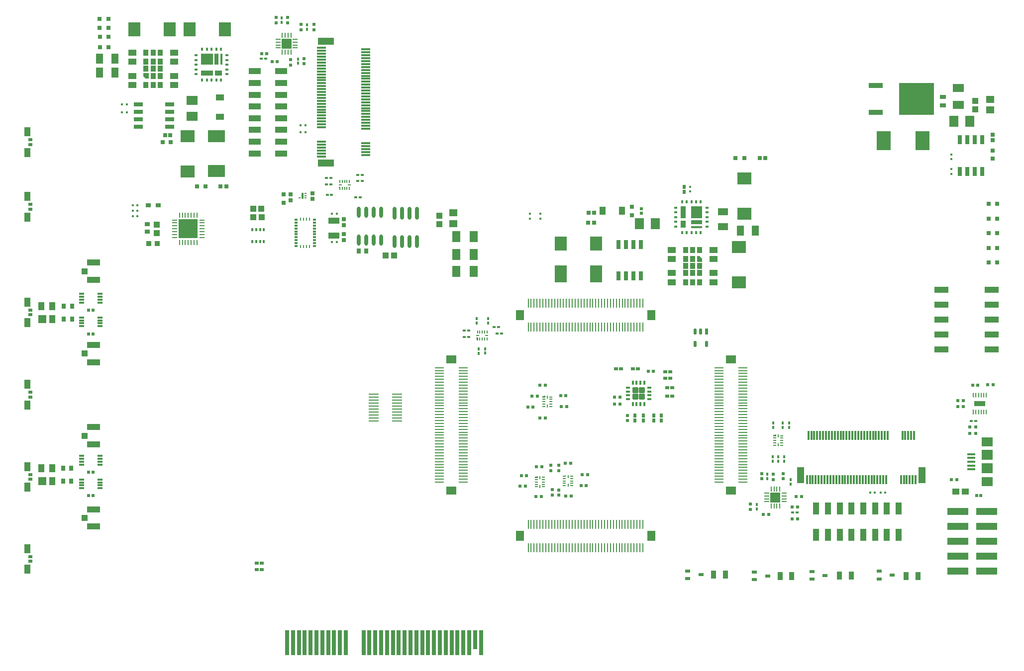
<source format=gtp>
G04*
G04 #@! TF.GenerationSoftware,Altium Limited,Altium Designer,24.4.1 (13)*
G04*
G04 Layer_Color=8421504*
%FSLAX44Y44*%
%MOMM*%
G71*
G04*
G04 #@! TF.SameCoordinates,F083C6BF-E510-45A8-8405-167EEE42A30D*
G04*
G04*
G04 #@! TF.FilePolarity,Positive*
G04*
G01*
G75*
G04:AMPARAMS|DCode=30|XSize=0.939mm|YSize=0.939mm|CornerRadius=0.0517mm|HoleSize=0mm|Usage=FLASHONLY|Rotation=90.000|XOffset=0mm|YOffset=0mm|HoleType=Round|Shape=RoundedRectangle|*
%AMROUNDEDRECTD30*
21,1,0.9390,0.8357,0,0,90.0*
21,1,0.8357,0.9390,0,0,90.0*
1,1,0.1033,0.4179,0.4179*
1,1,0.1033,0.4179,-0.4179*
1,1,0.1033,-0.4179,-0.4179*
1,1,0.1033,-0.4179,0.4179*
%
%ADD30ROUNDEDRECTD30*%
%ADD31R,1.8231X0.9231*%
%ADD32R,0.5000X0.2000*%
%ADD33R,0.2000X0.5000*%
%ADD34R,0.5000X0.2000*%
%ADD35R,0.2000X0.5000*%
%ADD36R,1.5499X0.2499*%
%ADD37R,1.7000X1.3500*%
%ADD38R,1.3500X1.7000*%
%ADD39R,0.2499X1.5499*%
%ADD40R,1.4500X1.1500*%
%ADD41R,0.9000X0.5000*%
%ADD42R,1.0000X0.7200*%
%ADD43R,0.7112X4.1910*%
%ADD44R,0.7112X3.2004*%
%ADD45R,0.9500X1.4500*%
%ADD46R,0.6500X0.6000*%
%ADD47R,0.5321X1.0383*%
G04:AMPARAMS|DCode=48|XSize=1.0383mm|YSize=0.5321mm|CornerRadius=0.2661mm|HoleSize=0mm|Usage=FLASHONLY|Rotation=270.000|XOffset=0mm|YOffset=0mm|HoleType=Round|Shape=RoundedRectangle|*
%AMROUNDEDRECTD48*
21,1,1.0383,0.0000,0,0,270.0*
21,1,0.5061,0.5321,0,0,270.0*
1,1,0.5321,0.0000,-0.2531*
1,1,0.5321,0.0000,0.2531*
1,1,0.5321,0.0000,0.2531*
1,1,0.5321,0.0000,-0.2531*
%
%ADD48ROUNDEDRECTD48*%
%ADD49R,0.8000X0.9500*%
%ADD50O,0.6000X2.2000*%
%ADD51O,0.6000X1.9000*%
%ADD52R,0.4750X0.3500*%
%ADD53R,0.2500X0.4750*%
%ADD54R,0.3500X0.5000*%
%ADD55R,1.8000X0.2500*%
%ADD56R,1.0000X1.4000*%
%ADD57R,1.4000X1.4000*%
%ADD58R,1.1200X2.1050*%
%ADD59R,0.9000X0.7500*%
%ADD60R,1.0500X1.0000*%
%ADD61R,2.2000X1.0500*%
%ADD62R,0.7000X0.9000*%
%ADD63R,0.9000X0.8000*%
%ADD64R,0.9500X0.9500*%
%ADD65R,0.9000X0.2600*%
%ADD66R,0.2600X0.9000*%
%ADD67R,3.2500X3.2500*%
%ADD68R,0.8500X0.3000*%
%ADD69R,1.4500X1.9000*%
%ADD70R,1.1546X1.7062*%
%ADD71R,1.1000X1.3500*%
%ADD72R,1.9900X2.3300*%
%ADD73R,0.7393X0.6725*%
%ADD74R,1.5000X1.8500*%
%ADD75R,0.9000X1.0000*%
%ADD76C,0.7413*%
%ADD77R,1.4000X1.0000*%
G04:AMPARAMS|DCode=78|XSize=1.55mm|YSize=0.6mm|CornerRadius=0.051mm|HoleSize=0mm|Usage=FLASHONLY|Rotation=90.000|XOffset=0mm|YOffset=0mm|HoleType=Round|Shape=RoundedRectangle|*
%AMROUNDEDRECTD78*
21,1,1.5500,0.4980,0,0,90.0*
21,1,1.4480,0.6000,0,0,90.0*
1,1,0.1020,0.2490,0.7240*
1,1,0.1020,0.2490,-0.7240*
1,1,0.1020,-0.2490,-0.7240*
1,1,0.1020,-0.2490,0.7240*
%
%ADD78ROUNDEDRECTD78*%
%ADD79R,0.6682X0.6725*%
%ADD80R,2.4000X3.3000*%
%ADD81R,0.5000X0.5000*%
%ADD82R,1.3061X1.0582*%
%ADD83R,0.4750X0.5000*%
%ADD84R,2.4400X1.1300*%
%ADD85R,0.2225X0.8397*%
G04:AMPARAMS|DCode=86|XSize=0.8397mm|YSize=0.2225mm|CornerRadius=0.1112mm|HoleSize=0mm|Usage=FLASHONLY|Rotation=90.000|XOffset=0mm|YOffset=0mm|HoleType=Round|Shape=RoundedRectangle|*
%AMROUNDEDRECTD86*
21,1,0.8397,0.0000,0,0,90.0*
21,1,0.6172,0.2225,0,0,90.0*
1,1,0.2225,0.0000,0.3086*
1,1,0.2225,0.0000,-0.3086*
1,1,0.2225,0.0000,-0.3086*
1,1,0.2225,0.0000,0.3086*
%
%ADD86ROUNDEDRECTD86*%
%ADD87R,0.4500X0.4500*%
%ADD88R,0.7200X0.7200*%
%ADD89R,3.6800X1.2700*%
G04:AMPARAMS|DCode=90|XSize=0.3mm|YSize=0.75mm|CornerRadius=0.0495mm|HoleSize=0mm|Usage=FLASHONLY|Rotation=180.000|XOffset=0mm|YOffset=0mm|HoleType=Round|Shape=RoundedRectangle|*
%AMROUNDEDRECTD90*
21,1,0.3000,0.6510,0,0,180.0*
21,1,0.2010,0.7500,0,0,180.0*
1,1,0.0990,-0.1005,0.3255*
1,1,0.0990,0.1005,0.3255*
1,1,0.0990,0.1005,-0.3255*
1,1,0.0990,-0.1005,-0.3255*
%
%ADD90ROUNDEDRECTD90*%
G04:AMPARAMS|DCode=91|XSize=0.3mm|YSize=0.75mm|CornerRadius=0.0495mm|HoleSize=0mm|Usage=FLASHONLY|Rotation=90.000|XOffset=0mm|YOffset=0mm|HoleType=Round|Shape=RoundedRectangle|*
%AMROUNDEDRECTD91*
21,1,0.3000,0.6510,0,0,90.0*
21,1,0.2010,0.7500,0,0,90.0*
1,1,0.0990,0.3255,0.1005*
1,1,0.0990,0.3255,-0.1005*
1,1,0.0990,-0.3255,-0.1005*
1,1,0.0990,-0.3255,0.1005*
%
%ADD91ROUNDEDRECTD91*%
%ADD92R,1.9000X1.1000*%
%ADD93R,0.8890X1.2954*%
%ADD94R,0.8890X2.1082*%
%ADD95R,1.8796X2.1082*%
%ADD96R,1.8796X0.6604*%
%ADD97R,1.8796X0.3556*%
%ADD98R,0.3302X0.5080*%
%ADD99R,0.5080X0.3302*%
%ADD100R,1.9000X1.8000*%
%ADD101R,1.3500X0.4000*%
%ADD102R,5.9182X5.5118*%
%ADD103R,2.4892X0.9398*%
%ADD104R,3.0000X2.0000*%
%ADD105R,2.3300X1.9900*%
%ADD106R,0.3000X1.5500*%
%ADD107R,1.2000X2.7500*%
%ADD108R,0.8128X0.2540*%
%ADD109R,0.2540X0.8128*%
%ADD110R,1.8034X1.8034*%
%ADD111R,0.8000X0.8000*%
%ADD112R,0.8000X0.5000*%
%ADD113R,1.0000X1.5000*%
%ADD114R,0.4500X0.4500*%
%ADD115R,0.5500X0.5500*%
%ADD116R,0.5811X0.5121*%
%ADD117R,0.6000X0.6500*%
G04:AMPARAMS|DCode=118|XSize=1.55mm|YSize=0.6mm|CornerRadius=0.051mm|HoleSize=0mm|Usage=FLASHONLY|Rotation=0.000|XOffset=0mm|YOffset=0mm|HoleType=Round|Shape=RoundedRectangle|*
%AMROUNDEDRECTD118*
21,1,1.5500,0.4980,0,0,0.0*
21,1,1.4480,0.6000,0,0,0.0*
1,1,0.1020,0.7240,-0.2490*
1,1,0.1020,-0.7240,-0.2490*
1,1,0.1020,-0.7240,0.2490*
1,1,0.1020,0.7240,0.2490*
%
%ADD118ROUNDEDRECTD118*%
%ADD119R,0.6800X0.6400*%
%ADD120R,0.7000X0.7000*%
%ADD121R,1.0500X1.1000*%
%ADD122R,0.7000X0.7000*%
%ADD123R,0.6400X0.6800*%
%ADD124R,1.1000X1.0500*%
%ADD125R,0.3700X0.2400*%
%ADD126R,0.4000X1.0800*%
%ADD127R,2.1050X1.1200*%
%ADD128R,0.5000X0.4500*%
%ADD129R,0.4500X0.5000*%
%ADD130R,0.5500X0.5500*%
%ADD131R,1.5500X0.3000*%
%ADD132R,2.7500X1.2000*%
%ADD133R,1.2954X0.8890*%
%ADD134R,2.1082X0.8890*%
%ADD135R,2.1082X1.8796*%
%ADD136R,0.6604X1.8796*%
%ADD137R,0.3556X1.8796*%
%ADD138R,0.7154X0.6725*%
%ADD139R,0.5121X0.5811*%
%ADD140R,1.7062X1.1546*%
%ADD141R,2.0000X3.0000*%
%ADD142R,1.8500X1.5000*%
%ADD143R,1.3500X1.1000*%
%ADD144R,0.6725X0.7393*%
%ADD145R,0.6725X0.7154*%
%ADD146R,1.9000X1.4500*%
%ADD147R,1.9000X1.5750*%
G36*
X223500Y998000D02*
X219000D01*
X214500Y1002500D01*
Y1008000D01*
X223500D01*
Y998000D01*
D02*
G37*
G36*
X550000Y808500D02*
X548000D01*
Y812000D01*
X547000D01*
Y813500D01*
X550000D01*
Y808500D01*
D02*
G37*
G36*
X1165500Y691500D02*
Y686000D01*
X1156500D01*
Y696000D01*
X1161000D01*
X1165500Y691500D01*
D02*
G37*
G36*
X784000Y552500D02*
X782000D01*
Y556000D01*
X781000D01*
Y557500D01*
X784000D01*
Y552500D01*
D02*
G37*
G36*
X898500Y455000D02*
X893500D01*
Y457000D01*
X897000D01*
Y458000D01*
X898500D01*
Y455000D01*
D02*
G37*
G36*
X1291500Y389000D02*
X1286500D01*
Y391000D01*
X1290000D01*
Y392000D01*
X1291500D01*
Y389000D01*
D02*
G37*
G36*
X933500Y320000D02*
X928500D01*
Y322000D01*
X932000D01*
Y323000D01*
X933500D01*
Y320000D01*
D02*
G37*
G36*
X885500Y318000D02*
X880500D01*
Y320000D01*
X884000D01*
Y321000D01*
X885500D01*
Y318000D01*
D02*
G37*
D30*
X1051305Y467695D02*
D03*
Y456305D02*
D03*
X1062695D02*
D03*
Y467695D02*
D03*
D31*
X1637751Y444846D02*
D03*
D32*
X564500Y817000D02*
D03*
X549500Y817000D02*
D03*
X798499Y561001D02*
D03*
X783501Y560999D02*
D03*
D33*
X553000Y811000D02*
D03*
X557000D02*
D03*
X561000D02*
D03*
X565000Y811000D02*
D03*
X565000Y823000D02*
D03*
X561000Y822999D02*
D03*
X557000D02*
D03*
X553000D02*
D03*
X549001Y823000D02*
D03*
X787000Y555000D02*
D03*
X791000D02*
D03*
X795000D02*
D03*
X799000Y555000D02*
D03*
X799000Y567000D02*
D03*
X795000Y567000D02*
D03*
X791000D02*
D03*
X787000D02*
D03*
X783000Y567000D02*
D03*
D34*
X1301000Y390000D02*
D03*
Y386000D02*
D03*
Y382000D02*
D03*
Y378000D02*
D03*
Y374000D02*
D03*
X1289000D02*
D03*
Y378000D02*
D03*
Y382000D02*
D03*
Y386000D02*
D03*
X908000Y456000D02*
D03*
Y452000D02*
D03*
Y448000D02*
D03*
Y444000D02*
D03*
Y440000D02*
D03*
X896000D02*
D03*
Y444000D02*
D03*
Y448000D02*
D03*
Y452000D02*
D03*
X943000Y321000D02*
D03*
Y317000D02*
D03*
Y313000D02*
D03*
Y309000D02*
D03*
Y305000D02*
D03*
X931000D02*
D03*
Y309000D02*
D03*
Y313000D02*
D03*
Y317000D02*
D03*
X895000Y319000D02*
D03*
Y315000D02*
D03*
Y311000D02*
D03*
Y307000D02*
D03*
Y303000D02*
D03*
X883000D02*
D03*
Y307000D02*
D03*
Y311000D02*
D03*
Y315000D02*
D03*
D35*
X1295000Y389500D02*
D03*
Y374500D02*
D03*
X902000Y455500D02*
D03*
Y440500D02*
D03*
X937000Y320500D02*
D03*
Y305500D02*
D03*
X889000Y318500D02*
D03*
Y303500D02*
D03*
D36*
X1234624Y315932D02*
D03*
X1194126Y450930D02*
D03*
Y315932D02*
D03*
Y310930D02*
D03*
X1234624D02*
D03*
Y335932D02*
D03*
Y360930D02*
D03*
Y385932D02*
D03*
Y410930D02*
D03*
Y435931D02*
D03*
Y460930D02*
D03*
Y485931D02*
D03*
X1194126Y335932D02*
D03*
Y360930D02*
D03*
Y385932D02*
D03*
Y410930D02*
D03*
Y435931D02*
D03*
Y460930D02*
D03*
Y485931D02*
D03*
Y320930D02*
D03*
X1234624D02*
D03*
X1194126Y455931D02*
D03*
X1234624Y420930D02*
D03*
Y405932D02*
D03*
X1194126Y465931D02*
D03*
X1234624Y505931D02*
D03*
X1194126Y480930D02*
D03*
Y505931D02*
D03*
Y490930D02*
D03*
X1234624Y390930D02*
D03*
Y425932D02*
D03*
Y500930D02*
D03*
X1194126Y495931D02*
D03*
X1234624Y395932D02*
D03*
Y480930D02*
D03*
Y465931D02*
D03*
Y490930D02*
D03*
Y415932D02*
D03*
Y400930D02*
D03*
Y430930D02*
D03*
Y445931D02*
D03*
Y450930D02*
D03*
Y475931D02*
D03*
Y440930D02*
D03*
X1194126Y500930D02*
D03*
X1234624Y495931D02*
D03*
X1194126Y475931D02*
D03*
X1234624Y375932D02*
D03*
Y380930D02*
D03*
Y470930D02*
D03*
Y455931D02*
D03*
X1194126Y440930D02*
D03*
Y445931D02*
D03*
X1234624Y345932D02*
D03*
X1194126Y405932D02*
D03*
Y395932D02*
D03*
X1234624Y330930D02*
D03*
X1194126Y420930D02*
D03*
Y380930D02*
D03*
Y370930D02*
D03*
Y350930D02*
D03*
X1234624Y340930D02*
D03*
Y365932D02*
D03*
X1194126Y415932D02*
D03*
Y470930D02*
D03*
Y340930D02*
D03*
Y330930D02*
D03*
X1234624Y325932D02*
D03*
Y355932D02*
D03*
Y370930D02*
D03*
Y350930D02*
D03*
X1194126Y390930D02*
D03*
Y400930D02*
D03*
Y345932D02*
D03*
Y375932D02*
D03*
Y355932D02*
D03*
Y325932D02*
D03*
Y365932D02*
D03*
Y430930D02*
D03*
Y425932D02*
D03*
X717899Y500955D02*
D03*
X758397Y365956D02*
D03*
Y500955D02*
D03*
Y505956D02*
D03*
X717899D02*
D03*
Y480955D02*
D03*
Y455956D02*
D03*
Y430955D02*
D03*
Y405956D02*
D03*
Y380955D02*
D03*
Y355956D02*
D03*
Y330955D02*
D03*
X758397Y480955D02*
D03*
Y455956D02*
D03*
Y430955D02*
D03*
Y405956D02*
D03*
Y380955D02*
D03*
Y355956D02*
D03*
Y330955D02*
D03*
Y495956D02*
D03*
X717899D02*
D03*
X758397Y360955D02*
D03*
X717899Y395956D02*
D03*
Y410955D02*
D03*
X758397Y350955D02*
D03*
X717899Y310955D02*
D03*
X758397Y335956D02*
D03*
Y310955D02*
D03*
Y325956D02*
D03*
X717899Y425956D02*
D03*
Y390955D02*
D03*
Y315956D02*
D03*
X758397Y320955D02*
D03*
X717899Y420955D02*
D03*
Y335956D02*
D03*
Y350955D02*
D03*
Y325956D02*
D03*
Y400955D02*
D03*
Y415956D02*
D03*
Y385956D02*
D03*
Y370955D02*
D03*
Y365956D02*
D03*
Y340955D02*
D03*
Y375956D02*
D03*
X758397Y315956D02*
D03*
X717899Y320955D02*
D03*
X758397Y340955D02*
D03*
X717899Y440955D02*
D03*
Y435956D02*
D03*
Y345956D02*
D03*
Y360955D02*
D03*
X758397Y375956D02*
D03*
Y370955D02*
D03*
X717899Y470955D02*
D03*
X758397Y410955D02*
D03*
Y420955D02*
D03*
X717899Y485956D02*
D03*
X758397Y395956D02*
D03*
Y435956D02*
D03*
Y445956D02*
D03*
Y465956D02*
D03*
X717899Y475956D02*
D03*
Y450955D02*
D03*
X758397Y400955D02*
D03*
Y345956D02*
D03*
Y475956D02*
D03*
Y485956D02*
D03*
X717899Y490955D02*
D03*
Y460955D02*
D03*
Y445956D02*
D03*
Y465956D02*
D03*
X758397Y425956D02*
D03*
Y415956D02*
D03*
Y470955D02*
D03*
Y440955D02*
D03*
Y460955D02*
D03*
Y490955D02*
D03*
Y450955D02*
D03*
Y385956D02*
D03*
Y390955D02*
D03*
D37*
X1214261Y296693D02*
D03*
Y520193D02*
D03*
X738261D02*
D03*
Y296693D02*
D03*
D38*
X855011Y595193D02*
D03*
X1078511D02*
D03*
Y219193D02*
D03*
X855011D02*
D03*
D39*
X949273Y575058D02*
D03*
X944274D02*
D03*
X1009273D02*
D03*
X1049273D02*
D03*
X1019273D02*
D03*
X999273D02*
D03*
X1029273D02*
D03*
X974274D02*
D03*
X984274D02*
D03*
X1024274Y615556D02*
D03*
X1004274D02*
D03*
X1019273D02*
D03*
X1049273D02*
D03*
X1044274Y575058D02*
D03*
X1034274D02*
D03*
X904275D02*
D03*
X959273D02*
D03*
X1009273Y615556D02*
D03*
X1034274D02*
D03*
X1024274Y575058D02*
D03*
X1004274D02*
D03*
X994274D02*
D03*
X954274D02*
D03*
X1044274Y615556D02*
D03*
X979273Y575058D02*
D03*
X969273D02*
D03*
X1029273Y615556D02*
D03*
X929273Y575058D02*
D03*
X934274D02*
D03*
X919273Y615556D02*
D03*
X904275D02*
D03*
X994274D02*
D03*
X999273D02*
D03*
X899273Y575058D02*
D03*
X879273Y615556D02*
D03*
X874275Y575058D02*
D03*
X934274Y615556D02*
D03*
X899273D02*
D03*
X924274D02*
D03*
X929273D02*
D03*
X944274D02*
D03*
X974274D02*
D03*
X959273D02*
D03*
X884275D02*
D03*
X909273D02*
D03*
X894275D02*
D03*
X979273D02*
D03*
X879273Y575058D02*
D03*
X874275Y615556D02*
D03*
X949273D02*
D03*
X984274D02*
D03*
X884275Y575058D02*
D03*
X869273D02*
D03*
X894275D02*
D03*
X869273Y615556D02*
D03*
X909273Y575058D02*
D03*
X969273Y615556D02*
D03*
X954274D02*
D03*
X919273Y575058D02*
D03*
X1054274Y615556D02*
D03*
Y575058D02*
D03*
X889273D02*
D03*
X914274D02*
D03*
X939273D02*
D03*
X964274D02*
D03*
X989273D02*
D03*
X1014274D02*
D03*
X1039273D02*
D03*
X889273Y615556D02*
D03*
X914274D02*
D03*
X939273D02*
D03*
X964274D02*
D03*
X989273D02*
D03*
X1014274D02*
D03*
X1039273D02*
D03*
X1064274D02*
D03*
Y575058D02*
D03*
X1059273D02*
D03*
X924274D02*
D03*
X1059273Y615556D02*
D03*
X984249Y239329D02*
D03*
X989248D02*
D03*
X924250D02*
D03*
X884250D02*
D03*
X914250D02*
D03*
X934250D02*
D03*
X904250D02*
D03*
X959248D02*
D03*
X949248D02*
D03*
X909248Y198831D02*
D03*
X929248D02*
D03*
X914250D02*
D03*
X884250D02*
D03*
X889249Y239329D02*
D03*
X899248D02*
D03*
X1029248D02*
D03*
X974250D02*
D03*
X924250Y198831D02*
D03*
X899248D02*
D03*
X909248Y239329D02*
D03*
X929248D02*
D03*
X939248D02*
D03*
X979248D02*
D03*
X889249Y198831D02*
D03*
X954250Y239329D02*
D03*
X964250D02*
D03*
X904250Y198831D02*
D03*
X1004249Y239329D02*
D03*
X999248D02*
D03*
X1014249Y198831D02*
D03*
X1029248D02*
D03*
X939248D02*
D03*
X934250D02*
D03*
X1034249Y239329D02*
D03*
X1054249Y198831D02*
D03*
X1059248Y239329D02*
D03*
X999248Y198831D02*
D03*
X1034249D02*
D03*
X1009248D02*
D03*
X1004249D02*
D03*
X989248D02*
D03*
X959248D02*
D03*
X974250D02*
D03*
X1049248D02*
D03*
X1024249D02*
D03*
X1039248D02*
D03*
X954250D02*
D03*
X1054249Y239329D02*
D03*
X1059248Y198831D02*
D03*
X984249D02*
D03*
X949248D02*
D03*
X1049248Y239329D02*
D03*
X1064249D02*
D03*
X1039248D02*
D03*
X1064249Y198831D02*
D03*
X1024249Y239329D02*
D03*
X964250Y198831D02*
D03*
X979248D02*
D03*
X1014249Y239329D02*
D03*
X879249Y198831D02*
D03*
Y239329D02*
D03*
X1044249D02*
D03*
X1019248D02*
D03*
X994249D02*
D03*
X969248D02*
D03*
X944250D02*
D03*
X919248D02*
D03*
X894250D02*
D03*
X1044249Y198831D02*
D03*
X1019248D02*
D03*
X994249D02*
D03*
X969248D02*
D03*
X944250D02*
D03*
X919248D02*
D03*
X894250D02*
D03*
X869249D02*
D03*
Y239329D02*
D03*
X874250D02*
D03*
X1009248D02*
D03*
X874250Y198831D02*
D03*
D40*
X741638Y751500D02*
D03*
Y769500D02*
D03*
X1655000Y963000D02*
D03*
Y945000D02*
D03*
D41*
X1351950Y158507D02*
D03*
Y145507D02*
D03*
X1374450Y152007D02*
D03*
X1163110Y153186D02*
D03*
X1140610Y146686D02*
D03*
Y159686D02*
D03*
X1276860Y151186D02*
D03*
X1254360Y144686D02*
D03*
Y157686D02*
D03*
X1488700Y152507D02*
D03*
X1466200Y146007D02*
D03*
Y159007D02*
D03*
D42*
X1575000Y953100D02*
D03*
Y966900D02*
D03*
D43*
X649000Y37376D02*
D03*
X629000D02*
D03*
X599000D02*
D03*
X719000D02*
D03*
X489000D02*
D03*
X519000D02*
D03*
X679000D02*
D03*
X689000D02*
D03*
X729000D02*
D03*
X759000D02*
D03*
X559000D02*
D03*
X509000D02*
D03*
X499000D02*
D03*
X769000D02*
D03*
X589000D02*
D03*
X539000D02*
D03*
X549000D02*
D03*
X609000D02*
D03*
X619000D02*
D03*
X659000D02*
D03*
X669000D02*
D03*
X699000D02*
D03*
X709000D02*
D03*
X739000D02*
D03*
X749000D02*
D03*
X639000D02*
D03*
X529000D02*
D03*
X459000D02*
D03*
X469000D02*
D03*
X479000D02*
D03*
X789000D02*
D03*
D44*
X779000Y42329D02*
D03*
D45*
X1419200Y152007D02*
D03*
X1399200D02*
D03*
X1297860Y151186D02*
D03*
X1317860D02*
D03*
X1184860Y153186D02*
D03*
X1204860D02*
D03*
X1512200Y151007D02*
D03*
X1532200D02*
D03*
D46*
X416250Y162000D02*
D03*
X407750D02*
D03*
X416250Y173000D02*
D03*
X407750D02*
D03*
X1056250Y504000D02*
D03*
X1047750D02*
D03*
X1105750Y472000D02*
D03*
X1114250D02*
D03*
X1105750Y457000D02*
D03*
X1114250D02*
D03*
X1102750Y499000D02*
D03*
X1111250D02*
D03*
X1102750Y488000D02*
D03*
X1111250D02*
D03*
X1027250Y504000D02*
D03*
X1018750D02*
D03*
D47*
X1172383Y567662D02*
D03*
D48*
X1153382D02*
D03*
X1172383Y546338D02*
D03*
X1153382D02*
D03*
X1162883Y567662D02*
D03*
D49*
X580750Y705000D02*
D03*
X593250D02*
D03*
D50*
X680050Y769000D02*
D03*
X667350D02*
D03*
X654650D02*
D03*
X641950D02*
D03*
X680050Y721000D02*
D03*
X667350D02*
D03*
X654650D02*
D03*
X641950D02*
D03*
D51*
X619050Y770500D02*
D03*
X606350D02*
D03*
X593650D02*
D03*
X580950D02*
D03*
X619050Y723500D02*
D03*
X606350D02*
D03*
X593650D02*
D03*
X580950D02*
D03*
D52*
X473966Y758000D02*
D03*
Y753000D02*
D03*
Y748000D02*
D03*
Y743000D02*
D03*
Y738000D02*
D03*
Y733000D02*
D03*
Y728000D02*
D03*
Y723000D02*
D03*
Y718000D02*
D03*
Y713000D02*
D03*
X505216Y718000D02*
D03*
Y723000D02*
D03*
Y728000D02*
D03*
Y733000D02*
D03*
Y738000D02*
D03*
Y743000D02*
D03*
Y748000D02*
D03*
Y758000D02*
D03*
Y753000D02*
D03*
Y713000D02*
D03*
D53*
X497091Y758625D02*
D03*
X487091D02*
D03*
X482091D02*
D03*
Y712375D02*
D03*
X487091D02*
D03*
X492091D02*
D03*
Y758625D02*
D03*
X497091Y712375D02*
D03*
D54*
X413071Y720741D02*
D03*
X419571D02*
D03*
Y741241D02*
D03*
X413071D02*
D03*
X406571D02*
D03*
X400071D02*
D03*
X406571Y720741D02*
D03*
X400071D02*
D03*
D55*
X606350Y460913D02*
D03*
X646350D02*
D03*
Y455833D02*
D03*
X606350D02*
D03*
X646350Y450753D02*
D03*
X606350D02*
D03*
X646350Y445673D02*
D03*
X606350D02*
D03*
X646350Y440593D02*
D03*
X606350D02*
D03*
X646350Y435513D02*
D03*
X606350D02*
D03*
X646350Y430433D02*
D03*
X606350D02*
D03*
X646350Y425353D02*
D03*
X606350D02*
D03*
X646350Y420273D02*
D03*
X606350D02*
D03*
X646350Y415193D02*
D03*
X606350D02*
D03*
Y460913D02*
D03*
X646350D02*
D03*
Y455833D02*
D03*
X606350D02*
D03*
X646350Y450753D02*
D03*
X606350D02*
D03*
X646350Y445673D02*
D03*
X606350D02*
D03*
X646350Y440593D02*
D03*
X606350D02*
D03*
X646350Y435513D02*
D03*
X606350D02*
D03*
X646350Y430433D02*
D03*
X606350D02*
D03*
X646350Y425353D02*
D03*
X606350D02*
D03*
X646350Y420273D02*
D03*
X606350D02*
D03*
X646350Y415193D02*
D03*
X606350D02*
D03*
D56*
X40500Y335000D02*
D03*
X59500D02*
D03*
Y313000D02*
D03*
Y589000D02*
D03*
Y611000D02*
D03*
X40500D02*
D03*
D57*
X42500Y313000D02*
D03*
Y589000D02*
D03*
D58*
X1439376Y266000D02*
D03*
X1459376D02*
D03*
X1479376D02*
D03*
X1499376D02*
D03*
X1439376Y221550D02*
D03*
X1479376D02*
D03*
X1459376D02*
D03*
X1499376D02*
D03*
X1359376Y266000D02*
D03*
X1459376D02*
D03*
X1479376D02*
D03*
X1499376D02*
D03*
X1439376Y221550D02*
D03*
X1479376D02*
D03*
X1459376D02*
D03*
X1499376D02*
D03*
X1359376D02*
D03*
X1419376D02*
D03*
X1399376D02*
D03*
X1379376D02*
D03*
X1439376Y266000D02*
D03*
X1419376D02*
D03*
X1399376D02*
D03*
X1379376D02*
D03*
D59*
X220853Y738025D02*
D03*
Y750025D02*
D03*
D60*
X114750Y250000D02*
D03*
Y530000D02*
D03*
Y390000D02*
D03*
Y670000D02*
D03*
D61*
X130000Y235250D02*
D03*
Y264750D02*
D03*
Y515250D02*
D03*
Y544750D02*
D03*
Y404750D02*
D03*
Y375250D02*
D03*
Y684750D02*
D03*
Y655250D02*
D03*
D62*
X78000Y313000D02*
D03*
X92000D02*
D03*
X79000Y589000D02*
D03*
X93000D02*
D03*
X92000Y335000D02*
D03*
X78000D02*
D03*
X79000Y611000D02*
D03*
X93000D02*
D03*
D63*
X239853Y782525D02*
D03*
X222853D02*
D03*
D64*
X238353Y717525D02*
D03*
X223353D02*
D03*
D65*
X267603Y727525D02*
D03*
Y732525D02*
D03*
Y757525D02*
D03*
Y752525D02*
D03*
Y747525D02*
D03*
Y742525D02*
D03*
Y737525D02*
D03*
X314103Y727525D02*
D03*
Y732525D02*
D03*
Y737525D02*
D03*
Y742525D02*
D03*
Y747525D02*
D03*
Y752525D02*
D03*
Y757525D02*
D03*
D66*
X275853Y719275D02*
D03*
X280853D02*
D03*
X285853D02*
D03*
X290853D02*
D03*
X295853D02*
D03*
X300853D02*
D03*
X305853D02*
D03*
X305853Y765775D02*
D03*
X300853D02*
D03*
X295853D02*
D03*
X290853D02*
D03*
X285853D02*
D03*
X280853D02*
D03*
X275853D02*
D03*
D67*
X290853Y742525D02*
D03*
D68*
X140750Y300500D02*
D03*
Y305500D02*
D03*
Y310500D02*
D03*
Y315500D02*
D03*
X109250D02*
D03*
Y310500D02*
D03*
Y305500D02*
D03*
Y300500D02*
D03*
Y616500D02*
D03*
Y621500D02*
D03*
Y626500D02*
D03*
Y631500D02*
D03*
X140750D02*
D03*
Y626500D02*
D03*
Y621500D02*
D03*
Y616500D02*
D03*
Y576500D02*
D03*
Y581500D02*
D03*
Y586500D02*
D03*
Y591500D02*
D03*
X109250D02*
D03*
Y586500D02*
D03*
Y581500D02*
D03*
Y576500D02*
D03*
X140750Y340500D02*
D03*
Y345500D02*
D03*
Y350500D02*
D03*
Y355500D02*
D03*
X109250D02*
D03*
Y350500D02*
D03*
Y345500D02*
D03*
Y340500D02*
D03*
D69*
X746750Y669500D02*
D03*
X776250D02*
D03*
X746750Y729500D02*
D03*
X776250D02*
D03*
Y698500D02*
D03*
X746750D02*
D03*
D70*
X1230484Y739000D02*
D03*
X1256000D02*
D03*
X140242Y1009000D02*
D03*
X165758D02*
D03*
X140242Y1032000D02*
D03*
X165758D02*
D03*
D71*
X1028500Y773000D02*
D03*
X995500D02*
D03*
D72*
X924800Y717000D02*
D03*
X985000D02*
D03*
X353100Y1082000D02*
D03*
X292900D02*
D03*
X259100Y1082000D02*
D03*
X198900D02*
D03*
D73*
X981027Y769500D02*
D03*
X971695D02*
D03*
D74*
X1058750Y751000D02*
D03*
X1085250D02*
D03*
X1593750Y926000D02*
D03*
X1620250D02*
D03*
D75*
X1137000Y691000D02*
D03*
X1149000D02*
D03*
X1137000Y667000D02*
D03*
X1149000D02*
D03*
X1161000D02*
D03*
X1137000Y679000D02*
D03*
X1149000D02*
D03*
X1161000D02*
D03*
Y651500D02*
D03*
X1149000D02*
D03*
X1137000D02*
D03*
Y706500D02*
D03*
X1149000D02*
D03*
X1161000D02*
D03*
X243000Y1003000D02*
D03*
Y1027000D02*
D03*
X231000D02*
D03*
X219000D02*
D03*
X243000Y1015000D02*
D03*
X219000D02*
D03*
Y1042500D02*
D03*
X231000D02*
D03*
X243000D02*
D03*
Y987500D02*
D03*
X231000D02*
D03*
X219000D02*
D03*
X231000Y1015000D02*
D03*
Y1003000D02*
D03*
D76*
X1160620Y690556D02*
D03*
X219380Y1003444D02*
D03*
D77*
X1113500Y651500D02*
D03*
Y667000D02*
D03*
Y691000D02*
D03*
Y706500D02*
D03*
X1184500Y667000D02*
D03*
Y651500D02*
D03*
Y691000D02*
D03*
Y706500D02*
D03*
X266500Y1042500D02*
D03*
Y1027000D02*
D03*
Y1003000D02*
D03*
Y987500D02*
D03*
X195500Y1027000D02*
D03*
Y1042500D02*
D03*
Y1003000D02*
D03*
Y987500D02*
D03*
D78*
X1022630Y662000D02*
D03*
X1035330D02*
D03*
X1060730Y716000D02*
D03*
X1048030D02*
D03*
X1035330D02*
D03*
X1022630D02*
D03*
X1048030Y662000D02*
D03*
X1060730D02*
D03*
X1642050Y840000D02*
D03*
X1629350D02*
D03*
X1603950Y894000D02*
D03*
X1616650D02*
D03*
X1629350D02*
D03*
X1642050D02*
D03*
X1616650Y840000D02*
D03*
X1603950D02*
D03*
D79*
X1262979Y863000D02*
D03*
X1273021D02*
D03*
X356021Y815000D02*
D03*
X345979D02*
D03*
D80*
X1474000Y893000D02*
D03*
X1540000D02*
D03*
D81*
X1631000Y394000D02*
D03*
X1621000D02*
D03*
X1589000Y315000D02*
D03*
X1599000D02*
D03*
D82*
X1597239Y295000D02*
D03*
X1612761D02*
D03*
D83*
X1620875Y405000D02*
D03*
X1631125D02*
D03*
D84*
X1658000Y536700D02*
D03*
Y562100D02*
D03*
Y587500D02*
D03*
Y612900D02*
D03*
Y638300D02*
D03*
X1572000D02*
D03*
Y612900D02*
D03*
Y587500D02*
D03*
Y562100D02*
D03*
Y536700D02*
D03*
D85*
X1626500Y430690D02*
D03*
D86*
X1631000D02*
D03*
X1635500D02*
D03*
X1640000D02*
D03*
X1644500D02*
D03*
X1649000D02*
D03*
Y459000D02*
D03*
X1644500D02*
D03*
X1640000D02*
D03*
X1635500D02*
D03*
X1631000D02*
D03*
X1626500D02*
D03*
D87*
X204353Y763525D02*
D03*
X196353D02*
D03*
X178000Y941000D02*
D03*
X186000D02*
D03*
X178000Y954000D02*
D03*
X186000D02*
D03*
X204353Y773525D02*
D03*
X196353D02*
D03*
X204353Y782525D02*
D03*
X196353D02*
D03*
X482000Y919000D02*
D03*
X490000D02*
D03*
X1459000Y293000D02*
D03*
X1451000D02*
D03*
X482000Y907000D02*
D03*
X490000D02*
D03*
X1469000Y293000D02*
D03*
X1477000D02*
D03*
X535591Y719500D02*
D03*
X543591D02*
D03*
X535591Y768500D02*
D03*
X543591D02*
D03*
D88*
X555591Y748400D02*
D03*
Y758600D02*
D03*
Y733600D02*
D03*
Y723400D02*
D03*
D89*
X1600250Y260800D02*
D03*
Y235400D02*
D03*
Y210000D02*
D03*
Y184600D02*
D03*
Y159200D02*
D03*
X1649750D02*
D03*
Y260800D02*
D03*
Y235400D02*
D03*
Y210000D02*
D03*
Y184600D02*
D03*
D90*
X1047250Y443750D02*
D03*
X1053750D02*
D03*
X1060250D02*
D03*
X1066750D02*
D03*
Y480250D02*
D03*
X1060250D02*
D03*
X1053750D02*
D03*
X1047250D02*
D03*
D91*
X1075250Y452250D02*
D03*
Y458750D02*
D03*
Y465250D02*
D03*
Y471750D02*
D03*
X1038750D02*
D03*
Y465250D02*
D03*
Y458750D02*
D03*
Y452250D02*
D03*
D92*
X538591Y756000D02*
D03*
Y731000D02*
D03*
D93*
X1133000Y750250D02*
D03*
D94*
Y770250D02*
D03*
D95*
X1156100D02*
D03*
D96*
Y753650D02*
D03*
D97*
Y745550D02*
D03*
D98*
X1163000Y735834D02*
D03*
X1155000D02*
D03*
X1147000D02*
D03*
X1139000D02*
D03*
X1131000D02*
D03*
Y788666D02*
D03*
X1139000D02*
D03*
X1147000D02*
D03*
X1155000D02*
D03*
X1163000D02*
D03*
X346416Y995584D02*
D03*
X338416D02*
D03*
X330416D02*
D03*
X322416D02*
D03*
X314416D02*
D03*
Y1048416D02*
D03*
X322416D02*
D03*
X330416D02*
D03*
X338416D02*
D03*
X346416D02*
D03*
D99*
X1120584Y746250D02*
D03*
Y754250D02*
D03*
Y762250D02*
D03*
Y770250D02*
D03*
Y778250D02*
D03*
X1173416D02*
D03*
Y770250D02*
D03*
Y762250D02*
D03*
Y754250D02*
D03*
Y746250D02*
D03*
X356832Y1038000D02*
D03*
Y1030000D02*
D03*
Y1022000D02*
D03*
Y1014000D02*
D03*
Y1006000D02*
D03*
X304000D02*
D03*
Y1014000D02*
D03*
Y1022000D02*
D03*
Y1030000D02*
D03*
Y1038000D02*
D03*
D100*
X1650000Y357250D02*
D03*
Y334250D02*
D03*
D101*
X1623250Y332750D02*
D03*
Y339250D02*
D03*
Y358750D02*
D03*
Y345750D02*
D03*
Y352250D02*
D03*
D102*
X1529653Y964000D02*
D03*
D103*
X1460438Y941140D02*
D03*
Y986860D02*
D03*
D104*
X339124Y840590D02*
D03*
Y900590D02*
D03*
D105*
X1228000Y650900D02*
D03*
Y711100D02*
D03*
X1237000Y767900D02*
D03*
Y828100D02*
D03*
X290000Y900100D02*
D03*
Y839900D02*
D03*
D106*
X1528500Y315000D02*
D03*
X1523500D02*
D03*
X1518500D02*
D03*
X1513500D02*
D03*
X1508500D02*
D03*
X1503500D02*
D03*
X1526000Y390500D02*
D03*
X1521000D02*
D03*
X1516000D02*
D03*
X1511000D02*
D03*
X1506000D02*
D03*
X1478500Y315000D02*
D03*
X1476000Y390500D02*
D03*
X1473500Y315000D02*
D03*
X1471000Y390500D02*
D03*
X1468500Y315000D02*
D03*
X1466000Y390500D02*
D03*
X1463500Y315000D02*
D03*
X1461000Y390500D02*
D03*
X1458500Y315000D02*
D03*
X1456000Y390500D02*
D03*
X1453500Y315000D02*
D03*
X1451000Y390500D02*
D03*
X1448500Y315000D02*
D03*
X1446000Y390500D02*
D03*
X1443500Y315000D02*
D03*
X1441000Y390500D02*
D03*
X1438500Y315000D02*
D03*
X1436000Y390500D02*
D03*
X1433500Y315000D02*
D03*
X1431000Y390500D02*
D03*
X1428500Y315000D02*
D03*
X1426000Y390500D02*
D03*
X1423500Y315000D02*
D03*
X1421000Y390500D02*
D03*
X1418500Y315000D02*
D03*
X1416000Y390500D02*
D03*
X1413500Y315000D02*
D03*
X1411000Y390500D02*
D03*
X1408500Y315000D02*
D03*
X1406000Y390500D02*
D03*
X1403500Y315000D02*
D03*
X1401000Y390500D02*
D03*
X1398500Y315000D02*
D03*
X1396000Y390500D02*
D03*
X1393500Y315000D02*
D03*
X1391000Y390500D02*
D03*
X1388500Y315000D02*
D03*
X1386000Y390500D02*
D03*
X1383500Y315000D02*
D03*
X1381000Y390500D02*
D03*
X1378500Y315000D02*
D03*
X1376000Y390500D02*
D03*
X1373500Y315000D02*
D03*
X1371000Y390500D02*
D03*
X1368500Y315000D02*
D03*
X1366000Y390500D02*
D03*
X1363500Y315000D02*
D03*
X1361000Y390500D02*
D03*
X1358500Y315000D02*
D03*
X1356000Y390500D02*
D03*
X1353500Y315000D02*
D03*
X1351000Y390500D02*
D03*
X1348500Y315000D02*
D03*
X1346000Y390500D02*
D03*
X1343500Y315000D02*
D03*
X1481000Y390500D02*
D03*
D107*
X1539500Y322750D02*
D03*
X1332500D02*
D03*
D108*
X443522Y1065500D02*
D03*
Y1060500D02*
D03*
Y1055500D02*
D03*
Y1050500D02*
D03*
X472478D02*
D03*
Y1055500D02*
D03*
Y1060500D02*
D03*
Y1065500D02*
D03*
X1304478Y292500D02*
D03*
Y287500D02*
D03*
Y282500D02*
D03*
Y277500D02*
D03*
X1275522D02*
D03*
Y282500D02*
D03*
Y287500D02*
D03*
Y292500D02*
D03*
D109*
X450500Y1043522D02*
D03*
X455500D02*
D03*
X460500D02*
D03*
X465500D02*
D03*
Y1072478D02*
D03*
X460500D02*
D03*
X455500D02*
D03*
X450500D02*
D03*
X1282500Y299478D02*
D03*
X1287500D02*
D03*
X1292500D02*
D03*
X1297500D02*
D03*
Y270522D02*
D03*
X1292500D02*
D03*
X1287500D02*
D03*
X1282500D02*
D03*
D110*
X458000Y1058000D02*
D03*
X1290000Y285000D02*
D03*
D111*
X1652500Y785000D02*
D03*
X1667500D02*
D03*
Y735000D02*
D03*
X1652500D02*
D03*
X1667500Y710000D02*
D03*
X1652500D02*
D03*
X1667500Y685000D02*
D03*
X1652500D02*
D03*
X140000Y1100000D02*
D03*
X155000D02*
D03*
X1652500Y760000D02*
D03*
X1667500D02*
D03*
X1237000Y863000D02*
D03*
X1222000D02*
D03*
X305500Y815000D02*
D03*
X320500D02*
D03*
X155500Y1052000D02*
D03*
X140500D02*
D03*
X155500Y1069500D02*
D03*
X140500D02*
D03*
X155000Y1085000D02*
D03*
X140000D02*
D03*
D112*
X22000Y464000D02*
D03*
Y456000D02*
D03*
Y184000D02*
D03*
Y176000D02*
D03*
Y324000D02*
D03*
Y316000D02*
D03*
Y604000D02*
D03*
Y596000D02*
D03*
Y784000D02*
D03*
Y776000D02*
D03*
Y894000D02*
D03*
Y886000D02*
D03*
D113*
X17000Y477500D02*
D03*
Y442500D02*
D03*
Y197500D02*
D03*
Y162500D02*
D03*
Y337500D02*
D03*
Y302500D02*
D03*
Y617500D02*
D03*
Y582500D02*
D03*
Y797500D02*
D03*
Y762500D02*
D03*
Y907500D02*
D03*
Y872500D02*
D03*
D114*
X890000Y760000D02*
D03*
Y768000D02*
D03*
X872000Y760000D02*
D03*
Y768000D02*
D03*
X1589000Y861000D02*
D03*
Y869000D02*
D03*
Y844000D02*
D03*
Y836000D02*
D03*
X1145000Y806000D02*
D03*
Y814000D02*
D03*
D115*
X1267000Y325500D02*
D03*
Y316500D02*
D03*
X1038000Y424500D02*
D03*
Y415500D02*
D03*
X460000Y1102500D02*
D03*
Y1093500D02*
D03*
X1247000Y273500D02*
D03*
Y264500D02*
D03*
X1286000Y315500D02*
D03*
Y324500D02*
D03*
X1303000Y316500D02*
D03*
Y325500D02*
D03*
X440000Y1093500D02*
D03*
Y1102500D02*
D03*
X488000Y1032500D02*
D03*
Y1023500D02*
D03*
X483000Y1081500D02*
D03*
Y1090500D02*
D03*
X465000Y1030500D02*
D03*
Y1021500D02*
D03*
X505000Y1081500D02*
D03*
Y1090500D02*
D03*
X921000Y339500D02*
D03*
Y330500D02*
D03*
Y288500D02*
D03*
Y297500D02*
D03*
X908000Y339500D02*
D03*
Y330500D02*
D03*
X910000Y289000D02*
D03*
Y298000D02*
D03*
D116*
X121345Y328000D02*
D03*
X128655D02*
D03*
Y563000D02*
D03*
X121345D02*
D03*
X128655Y288000D02*
D03*
X121345D02*
D03*
X128655Y604000D02*
D03*
X121345D02*
D03*
X1639655Y288000D02*
D03*
X1632345D02*
D03*
D117*
X1135000Y805750D02*
D03*
Y814250D02*
D03*
X1065000Y424250D02*
D03*
Y415750D02*
D03*
X1051000Y424250D02*
D03*
Y415750D02*
D03*
X1096000Y424250D02*
D03*
Y415750D02*
D03*
X1083000Y424250D02*
D03*
Y415750D02*
D03*
D118*
X205500Y954050D02*
D03*
Y941350D02*
D03*
X259500Y915950D02*
D03*
Y928650D02*
D03*
Y941350D02*
D03*
X205500Y928650D02*
D03*
Y915950D02*
D03*
X259500Y954050D02*
D03*
D119*
X260400Y902000D02*
D03*
X251600D02*
D03*
D120*
X247000Y890000D02*
D03*
X261000D02*
D03*
D121*
X627000Y697000D02*
D03*
X641000D02*
D03*
X401447Y761987D02*
D03*
X415448D02*
D03*
X401286Y776425D02*
D03*
X415286D02*
D03*
D122*
X1660000Y861870D02*
D03*
Y875870D02*
D03*
X1046000Y766000D02*
D03*
Y780000D02*
D03*
X453000Y787000D02*
D03*
Y801000D02*
D03*
D123*
X1660000Y893600D02*
D03*
Y902400D02*
D03*
D124*
X237353Y749525D02*
D03*
Y735525D02*
D03*
X717827Y764735D02*
D03*
Y750735D02*
D03*
X1630000Y960000D02*
D03*
Y946000D02*
D03*
D125*
X479850Y795026D02*
D03*
X490150D02*
D03*
Y799026D02*
D03*
Y803026D02*
D03*
D126*
X485000Y799026D02*
D03*
D127*
X448500Y990876D02*
D03*
Y970876D02*
D03*
Y950876D02*
D03*
Y930876D02*
D03*
X404050Y990876D02*
D03*
Y970876D02*
D03*
Y950876D02*
D03*
Y1010876D02*
D03*
Y870876D02*
D03*
Y910876D02*
D03*
Y890876D02*
D03*
Y930876D02*
D03*
X448500Y870876D02*
D03*
Y890876D02*
D03*
Y910876D02*
D03*
Y1010876D02*
D03*
Y930876D02*
D03*
Y910876D02*
D03*
Y890876D02*
D03*
Y870876D02*
D03*
X404050Y930876D02*
D03*
Y890876D02*
D03*
Y910876D02*
D03*
Y870876D02*
D03*
D128*
X415250Y1032000D02*
D03*
X422750D02*
D03*
X1319250Y259000D02*
D03*
X1326750D02*
D03*
X526250Y829000D02*
D03*
X533750D02*
D03*
X527250Y800000D02*
D03*
X534750D02*
D03*
X586750Y834000D02*
D03*
X579250D02*
D03*
X583750Y796000D02*
D03*
X576250D02*
D03*
X533750Y818000D02*
D03*
X526250D02*
D03*
X579250Y824000D02*
D03*
X586750D02*
D03*
X1623250Y415000D02*
D03*
X1630750D02*
D03*
X823750Y564000D02*
D03*
X816250D02*
D03*
X818750Y575000D02*
D03*
X811250D02*
D03*
X760250Y569000D02*
D03*
X767750D02*
D03*
X760250Y558000D02*
D03*
X767750D02*
D03*
D129*
X1295000Y353750D02*
D03*
Y346250D02*
D03*
X1302000Y404250D02*
D03*
Y411750D02*
D03*
X1285000Y346250D02*
D03*
Y353750D02*
D03*
X1305000Y346250D02*
D03*
Y353750D02*
D03*
X1286000Y411750D02*
D03*
Y404250D02*
D03*
X1313000Y411750D02*
D03*
Y404250D02*
D03*
X1258000Y272750D02*
D03*
Y265250D02*
D03*
X1316000Y307250D02*
D03*
Y314750D02*
D03*
X1276000Y317250D02*
D03*
Y324750D02*
D03*
X450000Y1094250D02*
D03*
Y1101750D02*
D03*
X493000Y1082250D02*
D03*
Y1089750D02*
D03*
X478000Y1031750D02*
D03*
Y1024250D02*
D03*
X796000Y538250D02*
D03*
Y530750D02*
D03*
X801000Y582250D02*
D03*
Y589750D02*
D03*
X785000Y537750D02*
D03*
Y530250D02*
D03*
X782000Y582250D02*
D03*
Y589750D02*
D03*
D130*
X1325500Y286000D02*
D03*
X1334500D02*
D03*
X1318500Y248000D02*
D03*
X1327500D02*
D03*
X1318500Y269000D02*
D03*
X1327500D02*
D03*
X1278500Y256000D02*
D03*
X1269500D02*
D03*
X442500Y1027000D02*
D03*
X433500D02*
D03*
X424500Y1041000D02*
D03*
X415500D02*
D03*
X868500Y439000D02*
D03*
X877500D02*
D03*
X1016500Y456000D02*
D03*
X1025500D02*
D03*
X1016500Y444000D02*
D03*
X1025500D02*
D03*
X1082500Y500000D02*
D03*
X1073500D02*
D03*
X933500Y458000D02*
D03*
X924500D02*
D03*
X889500Y420000D02*
D03*
X898500D02*
D03*
X889500Y476000D02*
D03*
X898500D02*
D03*
X934500Y440000D02*
D03*
X925500D02*
D03*
X875500Y457000D02*
D03*
X884500D02*
D03*
X932500Y343000D02*
D03*
X941500D02*
D03*
X933500Y287000D02*
D03*
X942500D02*
D03*
X883500Y337000D02*
D03*
X892500D02*
D03*
X882500Y286000D02*
D03*
X891500D02*
D03*
X1600750Y450000D02*
D03*
X1609750D02*
D03*
X970000Y324000D02*
D03*
X961000D02*
D03*
X968000Y305000D02*
D03*
X959000D02*
D03*
X857500Y322000D02*
D03*
X866500D02*
D03*
X855500Y304000D02*
D03*
X864500D02*
D03*
X1600750Y440000D02*
D03*
X1609750D02*
D03*
X1634500Y476000D02*
D03*
X1625500D02*
D03*
X1651500Y477000D02*
D03*
X1660500D02*
D03*
D131*
X592750Y913000D02*
D03*
X517250Y1050500D02*
D03*
X592750Y1048000D02*
D03*
X517250Y1045500D02*
D03*
X592750Y1043000D02*
D03*
X517250Y1040500D02*
D03*
X592750Y1038000D02*
D03*
X517250Y1035500D02*
D03*
X592750Y1033000D02*
D03*
X517250Y1030500D02*
D03*
X592750Y1028000D02*
D03*
X517250Y1025500D02*
D03*
X592750Y1023000D02*
D03*
X517250Y1020500D02*
D03*
X592750Y1018000D02*
D03*
X517250Y1015500D02*
D03*
X592750Y1013000D02*
D03*
X517250Y1010500D02*
D03*
X592750Y1008000D02*
D03*
X517250Y1005500D02*
D03*
X592750Y1003000D02*
D03*
X517250Y1000500D02*
D03*
X592750Y998000D02*
D03*
X517250Y995500D02*
D03*
X592750Y993000D02*
D03*
X517250Y990500D02*
D03*
X592750Y988000D02*
D03*
X517250Y985500D02*
D03*
X592750Y983000D02*
D03*
X517250Y980500D02*
D03*
X592750Y978000D02*
D03*
X517250Y975500D02*
D03*
X592750Y973000D02*
D03*
X517250Y970500D02*
D03*
X592750Y968000D02*
D03*
X517250Y965500D02*
D03*
X592750Y963000D02*
D03*
X517250Y960500D02*
D03*
X592750Y958000D02*
D03*
X517250Y955500D02*
D03*
X592750Y953000D02*
D03*
X517250Y950500D02*
D03*
X592750Y948000D02*
D03*
X517250Y945500D02*
D03*
X592750Y943000D02*
D03*
X517250Y940500D02*
D03*
X592750Y938000D02*
D03*
X517250Y935500D02*
D03*
X592750Y933000D02*
D03*
X517250Y930500D02*
D03*
X592750Y928000D02*
D03*
X517250Y925500D02*
D03*
X592750Y923000D02*
D03*
X517250Y920500D02*
D03*
X592750Y918000D02*
D03*
X517250Y915500D02*
D03*
X592750Y888000D02*
D03*
Y883000D02*
D03*
Y878000D02*
D03*
Y873000D02*
D03*
Y868000D02*
D03*
X517250Y890500D02*
D03*
Y885500D02*
D03*
Y880500D02*
D03*
Y875500D02*
D03*
Y870500D02*
D03*
Y865500D02*
D03*
D132*
X525000Y1061500D02*
D03*
Y854500D02*
D03*
D133*
X342416Y1008000D02*
D03*
D134*
X322416D02*
D03*
D135*
Y1031100D02*
D03*
D136*
X339016D02*
D03*
D137*
X347116D02*
D03*
D138*
X981146Y752500D02*
D03*
X971575D02*
D03*
D139*
X1062000Y769345D02*
D03*
Y776655D02*
D03*
D140*
X1201000Y771758D02*
D03*
Y746242D02*
D03*
D141*
X925000Y666000D02*
D03*
X985000D02*
D03*
D142*
X297500Y960750D02*
D03*
Y934250D02*
D03*
D143*
X345000Y966500D02*
D03*
Y933500D02*
D03*
D144*
X502000Y802666D02*
D03*
Y793334D02*
D03*
D145*
X465000Y791214D02*
D03*
Y800786D02*
D03*
D146*
X1601000Y982750D02*
D03*
Y953250D02*
D03*
D147*
X1649998Y311873D02*
D03*
X1650002Y379627D02*
D03*
M02*

</source>
